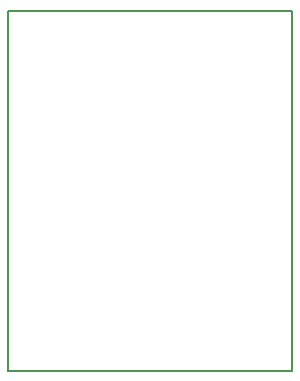
<source format=gm1>
%FSTAX25Y25*%
%MOIN*%
G70*
G01*
G75*
G04 Layer_Color=33789*
%ADD10R,0.11024X0.02953*%
%ADD11C,0.02756*%
%ADD12C,0.03937*%
%ADD13R,0.03937X0.41339*%
%ADD14R,0.80709X0.09843*%
%ADD15R,0.13780X0.23622*%
%ADD16R,0.35827X0.23622*%
%ADD17R,0.19685X0.48031*%
%ADD18R,0.03937X0.00787*%
%ADD19R,0.17716X0.07874*%
%ADD20R,0.03937X0.55118*%
%ADD21R,0.94488X0.05906*%
%ADD22R,0.23622X0.90551*%
%ADD23C,0.07087*%
%ADD24C,0.00787*%
D24*
X0102362Y0478346D02*
X019685D01*
X0102362Y0358268D02*
Y0478346D01*
Y0358268D02*
X019685D01*
Y0478346D01*
M02*

</source>
